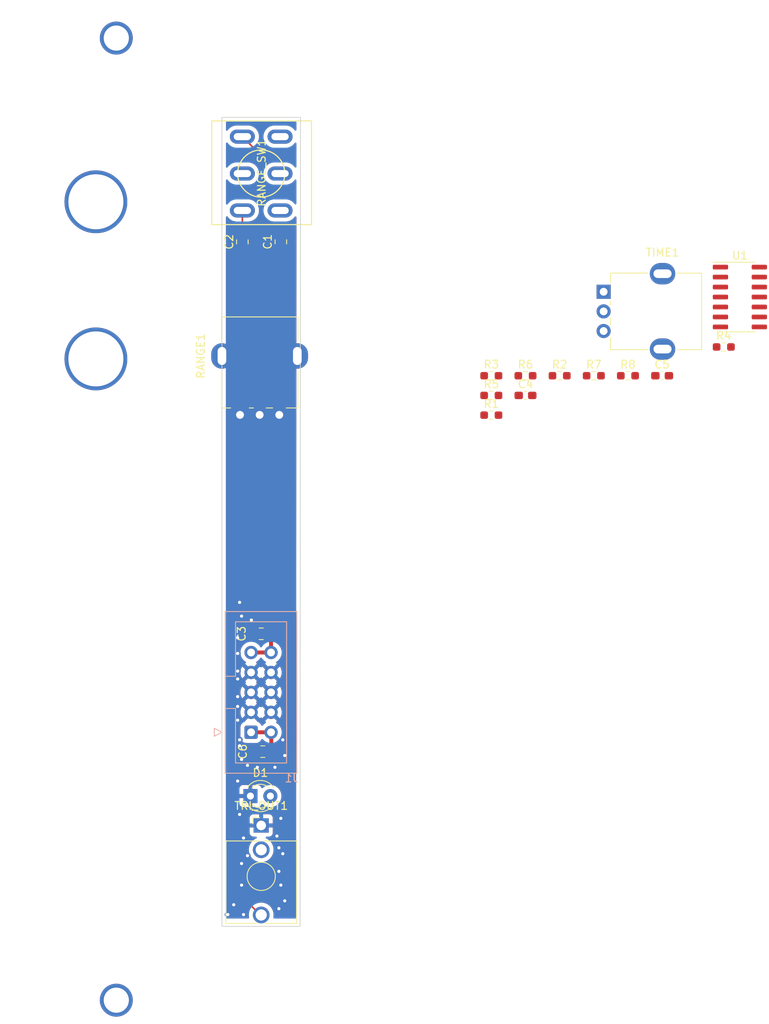
<source format=kicad_pcb>
(kicad_pcb (version 20211014) (generator pcbnew)
  (layers (0 "F.Cu" signal) (31 "B.Cu" signal) (34 "B.Paste" user) (35 "F.Paste" user) (36 "B.SilkS" user "B.Silkscreen") (37 "F.SilkS" user "F.Silkscreen") (38 "B.Mask" user) (39 "F.Mask" user) (44 "Edge.Cuts" user))
  (net 0 "")
  (net 1 "TRI")
  (net 2 "+12V")
  (net 3 "-12V")
  (net 4 "GND")
  (net 5 "Net-(D1-Pad2)")
  (net 6 "Net-(R7-Pad1)")
  (net 8 "Net-(C1-Pad1)")
  (net 9 "Net-(C1-Pad2)")
  (net 10 "Net-(C2-Pad2)")
  (net 11 "Net-(R1-Pad1)")
  (net 12 "Net-(R2-Pad1)")
  (net 13 "Net-(R3-Pad2)")
  (net 14 "Net-(R4-Pad2)")
  (net 15 "SQR")
  (net 16 "Net-(R7-Pad2)")
  (net 17 "Net-(R8-Pad2)")
  (net 18 "Net-(RANGE1-Pad2)")
  (footprint "benjiaomodular:Potentiometer_RV09" (layer "F.Cu") (at 178.6 85.2)
    (fp_text reference "TIME1" (at 7.5 -5) (layer "F.SilkS"))
    (fp_text value "B100k")
    (fp_line (start 9.41 7.37) (end 12.47 7.37) (layer "F.SilkS") (width 0.12))
    (fp_line (start 0.88 7.37) (end 0.88 5.88) (layer "F.SilkS") (width 0.12))
    (fp_line (start 0.88 -1.19) (end 0.88 -2.37) (layer "F.SilkS") (width 0.12))
    (fp_line (start 0.88 -2.38) (end 5.6 -2.38) (layer "F.SilkS") (width 0.12))
    (fp_line (start 9.41 -2.37) (end 12.47 -2.37) (layer "F.SilkS") (width 0.12))
    (fp_line (start 12.47 7.37) (end 12.47 -2.37) (layer "F.SilkS") (width 0.12))
    (fp_line (start 0.88 1.71) (end 0.88 1.18) (layer "F.SilkS") (width 0.12))
    (fp_line (start 0.88 4.16) (end 0.88 3.33) (layer "F.SilkS") (width 0.12))
    (fp_line (start 0.88 7.37) (end 5.6 7.37) (layer "F.SilkS") (width 0.12))
    (pad "" thru_hole oval locked (at 7.5 -2.3 90) (size 2.72 3.24) (drill oval 1.1 2.3) (layers *.Cu *.Mask))
    (pad "" thru_hole oval locked (at 7.5 7.3 90) (size 2.72 3.24) (drill oval 1.1 2.3) (layers *.Cu *.Mask))
    (pad "1" thru_hole rect locked (at 0 0 90) (size 1.8 1.8) (drill 1) (layers *.Cu *.Mask) (net 11 "Net-(R1-Pad1)"))
    (pad "2" thru_hole circle locked (at 0 2.5 90) (size 1.8 1.8) (drill 1) (layers *.Cu *.Mask) (net 12 "Net-(R2-Pad1)"))
    (pad "3" thru_hole circle locked (at 0 5 90) (size 1.8 1.8) (drill 1) (layers *.Cu *.Mask) (net 14 "Net-(R4-Pad2)"))
  )
  (footprint "Capacitor_SMD:C_0805_2012Metric_Pad1.18x1.45mm_HandSolder" (layer "F.Cu") (at 137.5 78.8375 90)
    (fp_text reference "C1" (at 0 -1.68 90) (layer "F.SilkS"))
    (fp_text value "10uF")
    (fp_line (start -0.261252 -0.735) (end 0.261252 -0.735) (layer "F.SilkS") (width 0.12))
    (fp_line (start -0.261252 0.735) (end 0.261252 0.735) (layer "F.SilkS") (width 0.12))
    (pad "1" smd roundrect (at -1.0375 0 90) (size 1.175 1.45) (layers "F.Cu" "F.Paste" "F.Mask") (roundrect_rratio 0.2127659574) (net 8 "Net-(C1-Pad1)"))
    (pad "2" smd roundrect (at 1.0375 0 90) (size 1.175 1.45) (layers "F.Cu" "F.Paste" "F.Mask") (roundrect_rratio 0.2127659574) (net 9 "Net-(C1-Pad2)"))
  )
  (footprint "benjiaomodular:Potentiometer_RV09" (layer "F.Cu") (at 132.3 100.875 90)
    (fp_text reference "RANGE1" (at 7.5 -5 90) (layer "F.SilkS"))
    (fp_text value "B100k")
    (fp_line (start 9.41 7.37) (end 12.47 7.37) (layer "F.SilkS") (width 0.12))
    (fp_line (start 12.47 7.37) (end 12.47 -2.37) (layer "F.SilkS") (width 0.12))
    (fp_line (start 0.88 7.37) (end 5.6 7.37) (layer "F.SilkS") (width 0.12))
    (fp_line (start 0.88 -1.19) (end 0.88 -2.37) (layer "F.SilkS") (width 0.12))
    (fp_line (start 0.88 -2.38) (end 5.6 -2.38) (layer "F.SilkS") (width 0.12))
    (fp_line (start 0.88 4.16) (end 0.88 3.33) (layer "F.SilkS") (width 0.12))
    (fp_line (start 9.41 -2.37) (end 12.47 -2.37) (layer "F.SilkS") (width 0.12))
    (fp_line (start 0.88 7.37) (end 0.88 5.88) (layer "F.SilkS") (width 0.12))
    (fp_line (start 0.88 1.71) (end 0.88 1.18) (layer "F.SilkS") (width 0.12))
    (pad "" thru_hole oval locked (at 7.5 -2.3 180) (size 2.72 3.24) (drill oval 1.1 2.3) (layers *.Cu *.Mask))
    (pad "" thru_hole oval locked (at 7.5 7.3 180) (size 2.72 3.24) (drill oval 1.1 2.3) (layers *.Cu *.Mask))
    (pad "1" thru_hole rect locked (at 0 0 180) (size 1.8 1.8) (drill 1) (layers *.Cu *.Mask) (net 4 "GND"))
    (pad "2" thru_hole circle locked (at 0 2.5 180) (size 1.8 1.8) (drill 1) (layers *.Cu *.Mask) (net 18 "Net-(RANGE1-Pad2)"))
    (pad "3" thru_hole circle locked (at 0 5 180) (size 1.8 1.8) (drill 1) (layers *.Cu *.Mask) (net 1 "TRI"))
  )
  (footprint "benjiaomodular:AudioJack_3.5mm" (layer "F.Cu") (at 135 153.15)
    (fp_text reference "TRI_OUT1" (at 0 -2.5) (layer "F.SilkS"))
    (fp_text value "AudioJack2_SwitchT" hide)
    (fp_line (start -0.35 1.98) (end -4.5 1.98) (layer "F.SilkS") (width 0.12))
    (fp_line (start 4.5 12.48) (end 0.5 12.48) (layer "F.SilkS") (width 0.12))
    (fp_line (start -1.06 -1) (end -1.06 -0.2) (layer "F.SilkS") (width 0.12))
    (fp_line (start -4.5 1.98) (end -4.5 12.48) (layer "F.SilkS") (width 0.12))
    (fp_line (start 4.5 1.98) (end 4.5 12.48) (layer "F.SilkS") (width 0.12))
    (fp_line (start 4.5 1.98) (end 0.35 1.98) (layer "F.SilkS") (width 0.12))
    (fp_line (start -1.06 -1) (end -0.2 -1) (layer "F.SilkS") (width 0.12))
    (fp_line (start -0.5 12.48) (end -4.5 12.48) (layer "F.SilkS") (width 0.12))
    (fp_circle (center 0 6.48) (end 1.8 6.48) (layer "F.SilkS") (width 0.12) (fill none))
    (pad "S" thru_hole rect locked (at 0 0 180) (size 1.93 1.83) (drill 1.22) (layers *.Cu *.Mask) (net 4 "GND"))
    (pad "T" thru_hole circle locked (at 0 11.4 180) (size 2.13 2.13) (drill 1.43) (layers *.Cu *.Mask) (net 6 "Net-(R7-Pad1)"))
    (pad "TN" thru_hole circle locked (at 0 3.1 180) (size 2.13 2.13) (drill 1.42) (layers *.Cu *.Mask))
  )
  (footprint "Resistor_SMD:R_0603_1608Metric_Pad0.98x0.95mm_HandSolder" (layer "F.Cu") (at 164.3 100.91)
    (fp_text reference "R1" (at 0 -1.43) (layer "F.SilkS"))
    (fp_text value "470")
    (fp_line (start -0.254724 0.5225) (end 0.254724 0.5225) (layer "F.SilkS") (width 0.12))
    (fp_line (start -0.254724 -0.5225) (end 0.254724 -0.5225) (layer "F.SilkS") (width 0.12))
    (pad "1" smd roundrect (at -0.9125 0) (size 0.975 0.95) (layers "F.Cu" "F.Paste" "F.Mask") (net 11 "Net-(R1-Pad1)"))
    (pad "2" smd roundrect (at 0.9125 0) (size 0.975 0.95) (layers "F.Cu" "F.Paste" "F.Mask") (net 4 "GND"))
  )
  (footprint "Capacitor_SMD:C_0805_2012Metric_Pad1.18x1.45mm_HandSolder" (layer "F.Cu") (at 135.2 143.75)
    (fp_text reference "C6" (at -2.55 0 90) (layer "F.SilkS"))
    (fp_text value "22uF")
    (fp_line (start -0.261252 0.735) (end 0.261252 0.735) (layer "F.SilkS") (width 0.12))
    (fp_line (start -0.261252 -0.735) (end 0.261252 -0.735) (layer "F.SilkS") (width 0.12))
    (pad "1" smd roundrect (at -1.0375 0) (size 1.175 1.45) (layers "F.Cu" "F.Paste" "F.Mask") (roundrect_rratio 0.2127659574) (net 4 "GND"))
    (pad "2" smd roundrect (at 1.0375 0) (size 1.175 1.45) (layers "F.Cu" "F.Paste" "F.Mask") (roundrect_rratio 0.2127659574) (net 3 "-12V"))
  )
  (footprint "benjiaomodular:PanelHole_Potentiometer_RV09" (layer "F.Cu") (at 111.45 81.2425 90)
    (fp_text reference "REF**" hide)
    (fp_text value "PanelHole_Potentiometer_RV09" hide)
    (pad "" thru_hole circle locked (at 7.5 2.5 180) (size 8 8) (drill 7) (layers *.Cu *.Mask))
  )
  (footprint "Capacitor_SMD:C_0805_2012Metric_Pad1.18x1.45mm_HandSolder" (layer "F.Cu") (at 135 128.75 180)
    (fp_text reference "C3" (at 2.5 0 90) (layer "F.SilkS"))
    (fp_text value "22uF")
    (fp_line (start -0.261252 -0.735) (end 0.261252 -0.735) (layer "F.SilkS") (width 0.12))
    (fp_line (start -0.261252 0.735) (end 0.261252 0.735) (layer "F.SilkS") (width 0.12))
    (pad "1" smd roundrect (at -1.0375 0 180) (size 1.175 1.45) (layers "F.Cu" "F.Paste" "F.Mask") (roundrect_rratio 0.2127659574) (net 2 "+12V"))
    (pad "2" smd roundrect (at 1.0375 0 180) (size 1.175 1.45) (layers "F.Cu" "F.Paste" "F.Mask") (roundrect_rratio 0.2127659574) (net 4 "GND"))
  )
  (footprint "Package_SO:SOIC-14_3.9x8.7mm_P1.27mm" (layer "F.Cu") (at 195.95 85.87)
    (fp_text reference "U1" (at 0 -5.28) (layer "F.SilkS"))
    (fp_text value "TL074")
    (fp_line (start 0 -4.435) (end -3.45 -4.435) (layer "F.SilkS") (width 0.12))
    (fp_line (start 0 4.435) (end -1.95 4.435) (layer "F.SilkS") (width 0.12))
    (fp_line (start 0 -4.435) (end 1.95 -4.435) (layer "F.SilkS") (width 0.12))
    (fp_line (start 0 4.435) (end 1.95 4.435) (layer "F.SilkS") (width 0.12))
    (pad "1" smd roundrect (at -2.475 -3.81) (size 1.95 0.6) (layers "F.Cu" "F.Paste" "F.Mask") (net 1 "TRI"))
    (pad "2" smd roundrect (at -2.475 -2.54) (size 1.95 0.6) (layers "F.Cu" "F.Paste" "F.Mask") (net 8 "Net-(C1-Pad1)"))
    (pad "3" smd roundrect (at -2.475 -1.27) (size 1.95 0.6) (layers "F.Cu" "F.Paste" "F.Mask") (net 4 "GND"))
    (pad "4" smd roundrect (at -2.475 0) (size 1.95 0.6) (layers "F.Cu" "F.Paste" "F.Mask") (net 2 "+12V"))
    (pad "5" smd roundrect (at -2.475 1.27) (size 1.95 0.6) (layers "F.Cu" "F.Paste" "F.Mask") (net 13 "Net-(R3-Pad2)"))
    (pad "6" smd roundrect (at -2.475 2.54) (size 1.95 0.6) (layers "F.Cu" "F.Paste" "F.Mask") (net 4 "GND"))
    (pad "7" smd roundrect (at -2.475 3.81) (size 1.95 0.6) (layers "F.Cu" "F.Paste" "F.Mask") (net 15 "SQR"))
    (pad "8" smd roundrect (at 2.475 3.81) (size 1.95 0.6) (layers "F.Cu" "F.Paste" "F.Mask") (net 16 "Net-(R7-Pad2)"))
    (pad "9" smd roundrect (at 2.475 2.54) (size 1.95 0.6) (layers "F.Cu" "F.Paste" "F.Mask") (net 16 "Net-(R7-Pad2)"))
    (pad "10" smd roundrect (at 2.475 1.27) (size 1.95 0.6) (layers "F.Cu" "F.Paste" "F.Mask") (net 18 "Net-(RANGE1-Pad2)"))
    (pad "11" smd roundrect (at 2.475 0) (size 1.95 0.6) (layers "F.Cu" "F.Paste" "F.Mask") (net 3 "-12V"))
    (pad "12" smd roundrect (at 2.475 -1.27) (size 1.95 0.6) (layers "F.Cu" "F.Paste" "F.Mask") (net 16 "Net-(R7-Pad2)"))
    (pad "13" smd roundrect (at 2.475 -2.54) (size 1.95 0.6) (layers "F.Cu" "F.Paste" "F.Mask") (net 17 "Net-(R8-Pad2)"))
    (pad "14" smd roundrect (at 2.475 -3.81) (size 1.95 0.6) (layers "F.Cu" "F.Paste" "F.Mask") (net 17 "Net-(R8-Pad2)"))
  )
  (footprint "Capacitor_SMD:C_0805_2012Metric_Pad1.18x1.45mm_HandSolder" (layer "F.Cu") (at 132.6 78.85 90)
    (fp_text reference "C2" (at 0 -1.68 90) (layer "F.SilkS"))
    (fp_text value "10nF")
    (fp_line (start -0.261252 0.735) (end 0.261252 0.735) (layer "F.SilkS") (width 0.12))
    (fp_line (start -0.261252 -0.735) (end 0.261252 -0.735) (layer "F.SilkS") (width 0.12))
    (pad "1" smd roundrect (at -1.0375 0 90) (size 1.175 1.45) (layers "F.Cu" "F.Paste" "F.Mask") (roundrect_rratio 0.2127659574) (net 8 "Net-(C1-Pad1)"))
    (pad "2" smd roundrect (at 1.0375 0 90) (size 1.175 1.45) (layers "F.Cu" "F.Paste" "F.Mask") (roundrect_rratio 0.2127659574) (net 10 "Net-(C2-Pad2)"))
  )
  (footprint "Resistor_SMD:R_0603_1608Metric_Pad0.98x0.95mm_HandSolder" (layer "F.Cu") (at 193.9 92.23)
    (fp_text reference "R4" (at 0 -1.43) (layer "F.SilkS"))
    (fp_text value "100k")
    (fp_line (start -0.254724 0.5225) (end 0.254724 0.5225) (layer "F.SilkS") (width 0.12))
    (fp_line (start -0.254724 -0.5225) (end 0.254724 -0.5225) (layer "F.SilkS") (width 0.12))
    (pad "1" smd roundrect (at -0.9125 0) (size 0.975 0.95) (layers "F.Cu" "F.Paste" "F.Mask") (net 13 "Net-(R3-Pad2)"))
    (pad "2" smd roundrect (at 0.9125 0) (size 0.975 0.95) (layers "F.Cu" "F.Paste" "F.Mask") (net 14 "Net-(R4-Pad2)"))
  )
  (footprint "Resistor_SMD:R_0603_1608Metric_Pad0.98x0.95mm_HandSolder" (layer "F.Cu") (at 181.7 95.89)
    (fp_text reference "R8" (at 0 -1.43) (layer "F.SilkS"))
    (fp_text value "1k")
    (fp_line (start -0.254724 -0.5225) (end 0.254724 -0.5225) (layer "F.SilkS") (width 0.12))
    (fp_line (start -0.254724 0.5225) (end 0.254724 0.5225) (layer "F.SilkS") (width 0.12))
    (pad "1" smd roundrect (at -0.9125 0) (size 0.975 0.95) (layers "F.Cu" "F.Paste" "F.Mask") (net 5 "Net-(D1-Pad2)"))
    (pad "2" smd roundrect (at 0.9125 0) (size 0.975 0.95) (layers "F.Cu" "F.Paste" "F.Mask") (net 17 "Net-(R8-Pad2)"))
  )
  (footprint "Resistor_SMD:R_0603_1608Metric_Pad0.98x0.95mm_HandSolder" (layer "F.Cu") (at 164.3 98.4)
    (fp_text reference "R5" (at 0 -1.43) (layer "F.SilkS"))
    (fp_text value "4.7k")
    (fp_line (start -0.254724 -0.5225) (end 0.254724 -0.5225) (layer "F.SilkS") (width 0.12))
    (fp_line (start -0.254724 0.5225) (end 0.254724 0.5225) (layer "F.SilkS") (width 0.12))
    (pad "1" smd roundrect (at -0.9125 0) (size 0.975 0.95) (layers "F.Cu" "F.Paste" "F.Mask") (net 15 "SQR"))
    (pad "2" smd roundrect (at 0.9125 0) (size 0.975 0.95) (layers "F.Cu" "F.Paste" "F.Mask") (net 14 "Net-(R4-Pad2)"))
  )
  (footprint "Resistor_SMD:R_0603_1608Metric_Pad0.98x0.95mm_HandSolder" (layer "F.Cu") (at 177.35 95.89)
    (fp_text reference "R7" (at 0 -1.43) (layer "F.SilkS"))
    (fp_text value "1k")
    (fp_line (start -0.254724 0.5225) (end 0.254724 0.5225) (layer "F.SilkS") (width 0.12))
    (fp_line (start -0.254724 -0.5225) (end 0.254724 -0.5225) (layer "F.SilkS") (width 0.12))
    (pad "1" smd roundrect (at -0.9125 0) (size 0.975 0.95) (layers "F.Cu" "F.Paste" "F.Mask") (net 6 "Net-(R7-Pad1)"))
    (pad "2" smd roundrect (at 0.9125 0) (size 0.975 0.95) (layers "F.Cu" "F.Paste" "F.Mask") (net 16 "Net-(R7-Pad2)"))
  )
  (footprint "Capacitor_SMD:C_0603_1608Metric_Pad1.08x0.95mm_HandSolder" (layer "F.Cu") (at 168.65 98.4)
    (fp_text reference "C4" (at 0 -1.43) (layer "F.SilkS"))
    (fp_text value "100nF")
    (fp_line (start -0.146267 -0.51) (end 0.146267 -0.51) (layer "F.SilkS") (width 0.12))
    (fp_line (start -0.146267 0.51) (end 0.146267 0.51) (layer "F.SilkS") (width 0.12))
    (pad "1" smd roundrect (at -0.8625 0) (size 1.075 0.95) (layers "F.Cu" "F.Paste" "F.Mask") (net 4 "GND"))
    (pad "2" smd roundrect (at 0.8625 0) (size 1.075 0.95) (layers "F.Cu" "F.Paste" "F.Mask") (net 2 "+12V"))
  )
  (footprint "benjiaomodular:ToggleSwitch_MTS-202_DPDT" (layer "F.Cu") (at 135 70.15)
    (fp_text reference "RANGE_SW1" (at 0.05 -0.1 90) (layer "F.SilkS"))
    (fp_text value "SW_DPDT_x2" hide)
    (fp_line (start 6.4 -6.7) (end 6.4 6.5) (layer "F.SilkS") (width 0.15))
    (fp_line (start -6.3 6.5) (end -6.3 -6.7) (layer "F.SilkS") (width 0.15))
    (fp_line (start -6.3 -6.7) (end 6.4 -6.7) (layer "F.SilkS") (width 0.15))
    (fp_line (start 6.4 6.5) (end -6.3 6.5) (layer "F.SilkS") (width 0.15))
    (fp_circle (center -0.000416 0) (end 2.999584 0.05) (layer "F.SilkS") (width 0.15) (fill none))
    (pad "1" thru_hole oval locked (at -2.4 -4.7) (size 3.2 1.8) (drill oval 2.2 0.9) (layers *.Cu *.Mask) (net 9 "Net-(C1-Pad2)"))
    (pad "2" thru_hole oval locked (at -2.4 0) (size 3.2 1.8) (drill oval 2.2 0.9) (layers *.Cu *.Mask) (net 1 "TRI"))
    (pad "3" thru_hole oval locked (at -2.4 4.7) (size 3.2 1.8) (drill oval 2.2 0.9) (layers *.Cu *.Mask) (net 10 "Net-(C2-Pad2)"))
    (pad "4" thru_hole oval locked (at 2.4 -4.7) (size 3.2 1.8) (drill oval 2.2 0.9) (layers *.Cu *.Mask))
    (pad "5" thru_hole oval locked (at 2.4 0) (size 3.2 1.8) (drill oval 2.2 0.9) (layers *.Cu *.Mask))
    (pad "6" thru_hole oval locked (at 2.4 4.7) (size 3.2 1.8) (drill oval 2.2 0.9) (layers *.Cu *.Mask))
  )
  (footprint "Resistor_SMD:R_0603_1608Metric_Pad0.98x0.95mm_HandSolder" (layer "F.Cu") (at 164.3 95.89)
    (fp_text reference "R3" (at 0 -1.43) (layer "F.SilkS"))
    (fp_text value "100k")
    (fp_line (start -0.254724 -0.5225) (end 0.254724 -0.5225) (layer "F.SilkS") (width 0.12))
    (fp_line (start -0.254724 0.5225) (end 0.254724 0.5225) (layer "F.SilkS") (width 0.12))
    (pad "1" smd roundrect (at -0.9125 0) (size 0.975 0.95) (layers "F.Cu" "F.Paste" "F.Mask") (net 1 "TRI"))
    (pad "2" smd roundrect (at 0.9125 0) (size 0.975 0.95) (layers "F.Cu" "F.Paste" "F.Mask") (net 13 "Net-(R3-Pad2)"))
  )
  (footprint "benjiaomodular:Panel_2HP" (layer "F.Cu") (at 109.05 49.9)
    (fp_text reference "REF**")
    (fp_text value "Panel_2HP")
    (pad "" thru_hole oval locked (at 7.5 125.5) (size 4.2 4.2) (drill oval 3.2) (layers *.Cu *.Mask))
    (pad "" thru_hole oval locked (at 7.5 3) (size 4.2 4.2) (drill oval 3.2) (layers *.Cu *.Mask))
  )
  (footprint "Resistor_SMD:R_0603_1608Metric_Pad0.98x0.95mm_HandSolder" (layer "F.Cu") (at 168.65 95.89)
    (fp_text reference "R6" (at 0 -1.43) (layer "F.SilkS"))
    (fp_text value "10k")
    (fp_line (start -0.254724 0.5225) (end 0.254724 0.5225) (layer "F.SilkS") (width 0.12))
    (fp_line (start -0.254724 -0.5225) (end 0.254724 -0.5225) (layer "F.SilkS") (width 0.12))
    (pad "1" smd roundrect (at -0.9125 0) (size 0.975 0.95) (layers "F.Cu" "F.Paste" "F.Mask") (net 4 "GND"))
    (pad "2" smd roundrect (at 0.9125 0) (size 0.975 0.95) (layers "F.Cu" "F.Paste" "F.Mask") (net 14 "Net-(R4-Pad2)"))
  )
  (footprint "Capacitor_SMD:C_0603_1608Metric_Pad1.08x0.95mm_HandSolder" (layer "F.Cu") (at 186.05 95.89)
    (fp_text reference "C5" (at 0 -1.43) (layer "F.SilkS"))
    (fp_text value "100nF")
    (fp_line (start -0.146267 0.51) (end 0.146267 0.51) (layer "F.SilkS") (width 0.12))
    (fp_line (start -0.146267 -0.51) (end 0.146267 -0.51) (layer "F.SilkS") (width 0.12))
    (pad "1" smd roundrect (at -0.8625 0) (size 1.075 0.95) (layers "F.Cu" "F.Paste" "F.Mask") (net 3 "-12V"))
    (pad "2" smd roundrect (at 0.8625 0) (size 1.075 0.95) (layers "F.Cu" "F.Paste" "F.Mask") (net 4 "GND"))
  )
  (footprint "Resistor_SMD:R_0603_1608Metric_Pad0.98x0.95mm_HandSolder" (layer "F.Cu") (at 173 95.89)
    (fp_text reference "R2" (at 0 -1.43) (layer "F.SilkS"))
    (fp_text value "100k")
    (fp_line (start -0.254724 -0.5225) (end 0.254724 -0.5225) (layer "F.SilkS") (width 0.12))
    (fp_line (start -0.254724 0.5225) (end 0.254724 0.5225) (layer "F.SilkS") (width 0.12))
    (pad "1" smd roundrect (at -0.9125 0) (size 0.975 0.95) (layers "F.Cu" "F.Paste" "F.Mask") (net 12 "Net-(R2-Pad1)"))
    (pad "2" smd roundrect (at 0.9125 0) (size 0.975 0.95) (layers "F.Cu" "F.Paste" "F.Mask") (net 8 "Net-(C1-Pad1)"))
  )
  (footprint "LED_THT:LED_D3.0mm" (layer "F.Cu") (at 133.625 149.41)
    (fp_text reference "D1" (at 1.27 -2.96) (layer "F.SilkS"))
    (fp_text value "LED_Dual_Bidirectional")
    (fp_line (start -0.29 -1.236) (end -0.29 -1.08) (layer "F.SilkS") (width 0.12))
    (fp_line (start -0.29 1.08) (end -0.29 1.236) (layer "F.SilkS") (width 0.12))
    (fp_arc (start 2.31113 1.079837) (mid 1.270117 1.5) (end 0.229039 1.08) (layer "F.SilkS") (width 0.12))
    (fp_arc (start 0.229039 -1.08) (mid 1.270117 -1.5) (end 2.31113 -1.079837) (layer "F.SilkS") (width 0.12))
    (fp_arc (start 2.942335 1.078608) (mid 1.366487 1.987659) (end -0.29 1.235516) (layer "F.SilkS") (width 0.12))
    (fp_arc (start -0.29 -1.235516) (mid 1.366487 -1.987659) (end 2.942335 -1.078608) (layer "F.SilkS") (width 0.12))
    (pad "1" thru_hole rect (at 0 0) (size 1.8 1.8) (drill 0.9) (layers *.Cu *.Mask) (net 4 "GND"))
    (pad "2" thru_hole circle (at 2.54 0) (size 1.8 1.8) (drill 0.9) (layers *.Cu *.Mask) (net 5 "Net-(D1-Pad2)"))
  )
  (footprint "benjiaomodular:PanelHole_Potentiometer_RV09" (layer "F.Cu") (at 111.45 101.25 90)
    (fp_text reference "REF**" hide)
    (fp_text value "PanelHole_Potentiometer_RV09" hide)
    (pad "" thru_hole circle locked (at 7.5 2.5 180) (size 8 8) (drill 7) (layers F&B.Cu *.Mask))
  )
  (footprint "Connector_IDC:IDC-Header_2x05_P2.54mm_Vertical" (layer "B.Cu") (at 133.71 141.29)
    (fp_text reference "J1" (at 5.15 5.86) (layer "B.SilkS") (effects (justify mirror)))
    (fp_text value "IDC_2x05")
    (fp_line (start -3.29 -3.03) (end -1.98 -3.03) (layer "B.SilkS") (width 0.12))
    (fp_line (start -4.68 -0.5) (end -3.68 0) (layer "B.SilkS") (width 0.12))
    (fp_line (start -1.98 -14.07) (end -1.98 -7.13) (layer "B.SilkS") (width 0.12))
    (fp_line (start 4.52 -14.07) (end -1.98 -14.07) (layer "B.SilkS") (width 0.12))
    (fp_line (start 4.52 3.91) (end 4.52 -14.07) (layer "B.SilkS") (width 0.12))
    (fp_line (start 5.83 5.21) (end 5.83 -15.37) (layer "B.SilkS") (width 0.12))
    (fp_line (start -3.29 5.21) (end 5.83 5.21) (layer "B.SilkS") (width 0.12))
    (fp_line (start -1.98 -7.13) (end -1.98 -7.13) (layer "B.SilkS") (width 0.12))
    (fp_line (start -1.98 3.91) (end 4.52 3.91) (layer "B.SilkS") (width 0.12))
    (fp_line (start -4.68 0.5) (end -4.68 -0.5) (layer "B.SilkS") (width 0.12))
    (fp_line (start -1.98 -7.13) (end -3.29 -7.13) (layer "B.SilkS") (width 0.12))
    (fp_line (start 5.83 -15.37) (end -3.29 -15.37) (layer "B.SilkS") (width 0.12))
    (fp_line (start -3.29 -15.37) (end -3.29 5.21) (layer "B.SilkS") (width 0.12))
    (fp_line (start -3.68 0) (end -4.68 0.5) (layer "B.SilkS") (width 0.12))
    (fp_line (start -1.98 -3.03) (end -1.98 3.91) (layer "B.SilkS") (width 0.12))
    (pad "1" thru_hole roundrect (at 0 0) (size 1.7 1.7) (drill 1) (layers *.Cu *.Mask) (roundrect_rratio 0.1470588235) (net 3 "-12V"))
    (pad "2" thru_hole circle (at 2.54 0) (size 1.7 1.7) (drill 1) (layers *.Cu *.Mask) (net 3 "-12V"))
    (pad "3" thru_hole circle (at 0 -2.54) (size 1.7 1.7) (drill 1) (layers *.Cu *.Mask) (net 4 "GND"))
    (pad "4" thru_hole circle (at 2.54 -2.54) (size 1.7 1.7) (drill 1) (layers *.Cu *.Mask) (net 4 "GND"))
    (pad "5" thru_hole circle (at 0 -5.08) (size 1.7 1.7) (drill 1) (layers *.Cu *.Mask) (net 4 "GND"))
    (pad "6" thru_hole circle (at 2.54 -5.08) (size 1.7 1.7) (drill 1) (layers *.Cu *.Mask) (net 4 "GND"))
    (pad "7" thru_hole circle (at 0 -7.62) (size 1.7 1.7) (drill 1) (layers *.Cu *.Mask) (net 4 "GND"))
    (pad "8" thru_hole circle (at 2.54 -7.62) (size 1.7 1.7) (drill 1) (layers *.Cu *.Mask) (net 4 "GND"))
    (pad "9" thru_hole circle (at 0 -10.16) (size 1.7 1.7) (drill 1) (layers *.Cu *.Mask) (net 2 "+12V"))
    (pad "10" thru_hole circle (at 2.54 -10.16) (size 1.7 1.7) (drill 1) (layers *.Cu *.Mask) (net 2 "+12V"))
  )
  (gr_line (start 130 166) (end 130 63) (layer "Edge.Cuts") (width 0.1))
  (gr_line (start 140 63) (end 139.95 166) (layer "Edge.Cuts") (width 0.1))
  (gr_line (start 130 63) (end 140 63) (layer "Edge.Cuts") (width 0.1))
  (gr_line (start 139.95 166) (end 130 166) (layer "Edge.Cuts") (width 0.1))
  (segment (start 136.0375 128.75) (end 136.25 128.9625) (width 0.5) (layer "F.Cu") (net 2))
  (segment (start 133.71 131.13) (end 136.25 131.13) (width 0.5) (layer "F.Cu") (net 2))
  (segment (start 136.25 128.9625) (end 136.25 131.13) (width 0.5) (layer "F.Cu") (net 2))
  (segment (start 136.2875 141.3275) (end 136.25 141.29) (width 0.5) (layer "F.Cu") (net 3))
  (segment (start 136.2875 143.75) (end 136.2875 141.3275) (width 0.5) (layer "F.Cu") (net 3))
  (segment (start 133.71 141.29) (end 136.25 141.29) (width 0.5) (layer "F.Cu") (net 3))
  (via (at 132.75 154.75) (size 0.8) (drill 0.4) (layers "F.Cu" "B.Cu") (net 4))
  (via (at 137 154.5) (size 0.8) (drill 0.4) (layers "F.Cu" "B.Cu") (net 4))
  (via (at 137.75 142.25) (size 0.8) (drill 0.4) (layers "F.Cu" "B.Cu") (net 4))
  (via (at 132 133.5) (size 0.8) (drill 0.4) (layers "F.Cu" "B.Cu") (net 4))
  (via (at 137.25 163.75) (size 0.8) (drill 0.4) (layers "F.Cu" "B.Cu") (net 4))
  (via (at 132.5 160.75) (size 0.8) (drill 0.4) (layers "F.Cu" "B.Cu") (net 4))
  (via (at 133.25 145.5) (size 0.8) (drill 0.4) (layers "F.Cu" "B.Cu") (net 4))
  (via (at 136.75 145.75) (size 0.8) (drill 0.4) (layers "F.Cu" "B.Cu") (net 4))
  (via (at 132.25 143) (size 0.8) (drill 0.4) (layers "F.Cu" "B.Cu") (net 4))
  (via (at 132.75 164.5) (size 0.8) (drill 0.4) (layers "F.Cu" "B.Cu") (net 4))
  (via (at 132.5 126.5) (size 0.8) (drill 0.4) (layers "F.Cu" "B.Cu") (net 4))
  (via (at 132 147.5) (size 0.8) (drill 0.4) (layers "F.Cu" "B.Cu") (net 4))
  (via (at 132 139.75) (size 0.8) (drill 0.4) (layers "F.Cu" "B.Cu") (net 4))
  (via (at 132 134.5) (size 0.8) (drill 0.4) (layers "F.Cu" "B.Cu") (net 4))
  (via (at 137.5 160.75) (size 0.8) (drill 0.4) (layers "F.Cu" "B.Cu") (net 4))
  (via (at 132.5 158) (size 0.8) (drill 0.4) (layers "F.Cu" "B.Cu") (net 4))
  (via (at 137.5 152.25) (size 0.8) (drill 0.4) (layers "F.Cu" "B.Cu") (net 4))
  (via (at 133.75 127) (size 0.8) (drill 0.4) (layers "F.Cu" "B.Cu") (net 4))
  (via (at 138 144.25) (size 0.8) (drill 0.4) (layers "F.Cu" "B.Cu") (net 4))
  (via (at 130.75 164.5) (size 0.8) (drill 0.4) (layers "F.Cu" "B.Cu") (net 4))
  (via (at 138 162.75) (size 0.8) (drill 0.4) (layers "F.Cu" "B.Cu") (net 4))
  (via (at 137.25 159) (size 0.8) (drill 0.4) (layers "F.Cu" "B.Cu") (net 4))
  (via (at 132 138) (size 0.8) (drill 0.4) (layers "F.Cu" "B.Cu") (net 4))
  (via (at 137.75 156.75) (size 0.8) (drill 0.4) (layers "F.Cu" "B.Cu") (net 4))
  (via (at 132.25 142.25) (size 0.8) (drill 0.4) (layers "F.Cu" "B.Cu") (net 4))
  (via (at 133.25 157) (size 0.8) (drill 0.4) (layers "F.Cu" "B.Cu") (net 4))
  (via (at 134.5 145.75) (size 0.8) (drill 0.4) (layers "F.Cu" "B.Cu") (net 4))
  (via (at 132 136.75) (size 0.8) (drill 0.4) (layers "F.Cu" "B.Cu") (net 4))
  (via (at 132 129.25) (size 0.8) (drill 0.4) (layers "F.Cu" "B.Cu") (net 4))
  (via (at 132.25 124.75) (size 0.8) (drill 0.4) (layers "F.Cu" "B.Cu") (net 4))
  (via (at 131.5 163.25) (size 0.8) (drill 0.4) (layers "F.Cu" "B.Cu") (net 4))
  (via (at 132 131.25) (size 0.8) (drill 0.4) (layers "F.Cu" "B.Cu") (net 4))
  (via (at 132.25 151.75) (size 0.8) (drill 0.4) (layers "F.Cu" "B.Cu") (net 4))
  (via (at 132.5 144.75) (size 0.8) (drill 0.4) (layers "F.Cu" "B.Cu") (net 4))
  (via (at 137.25 156) (size 0.8) (drill 0.4) (layers "F.Cu" "B.Cu") (net 4))
  (segment (start 131.22 160.87) (end 134.9 164.55) (width 0.2) (layer "F.Cu") (net 6))
  (segment (start 136.85 77.8) (end 135.05 76) (width 0.2) (layer "F.Cu") (net 9))
  (segment (start 135.05 76) (end 135.05 67.9) (width 0.2) (layer "F.Cu") (net 9))
  (segment (start 135.05 67.9) (end 132.6 65.45) (width 0.2) (layer "F.Cu") (net 9))
  (segment (start 132.6 77.8125) (end 132.6 74.85) (width 0.2) (layer "F.Cu") (net 10))
  (zone (net 4) (net_name "GND") (layer "F.Cu") (connect_pads (clearance 0.508)) (min_thickness 0.254) (fill yes (thermal_gap 0.508) (thermal_bridge_width 0.508))
    (polygon (pts (xy 139.5 165) (xy 130.5 165) (xy 130.5 63.5) (xy 139.5 63.5)))
  )
  (zone (net 4) (net_name "GND") (layer "B.Cu") (connect_pads (clearance 0.508)) (min_thickness 0.254) (fill yes (thermal_gap 0.508) (thermal_bridge_width 0.508))
    (polygon (pts (xy 139.5 165) (xy 130.5 165) (xy 130.5 63.5) (xy 139.5 63.5)))
  )
)
</source>
